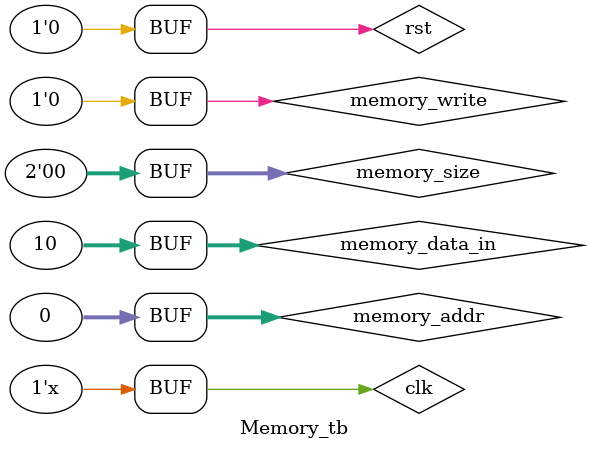
<source format=v>

`timescale 1ns/1ns

module Memory_tb;

	//Inputs
	reg clk;
	reg rst;
	reg memory_write;
	reg [31: 0] memory_data_in;
	reg [1: 0] memory_size;
	reg [31: 0] memory_addr;


	//Outputs
	wire  [31:0] memory_data_out;


	//Instantiation of Unit Under Test
	Memory uut (
		.clk(clk),
		.rst(rst),
		.memory_write(memory_write),
		.memory_data_in(memory_data_in),
		.memory_size(memory_size),
		.memory_addr(memory_addr),
		.memory_data_out( memory_data_out)
	);


    always #5 clk=~clk;
	initial begin
	//Inputs initialization
		clk = 1;
		memory_write = 1;
		memory_data_in = 10;
		memory_size = 0;
		memory_addr = 0;
		rst = 1;
		
		#25
		rst = 0;
		memory_write = 0;
		memory_size=0;
		memory_addr=0;


	//Wait for the reset
		#100;

	end

endmodule


</source>
